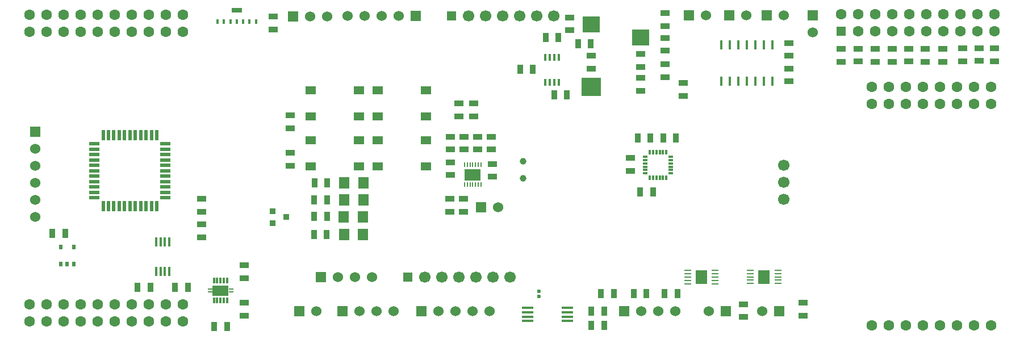
<source format=gts>
G04 (created by PCBNEW (2013-jul-07)-stable) date Tue 03 Mar 2015 12:58:17 PM EST*
%MOIN*%
G04 Gerber Fmt 3.4, Leading zero omitted, Abs format*
%FSLAX34Y34*%
G01*
G70*
G90*
G04 APERTURE LIST*
%ADD10C,0.00590551*%
%ADD11C,0.0629921*%
%ADD12C,0.023622*%
%ADD13R,0.035X0.055*%
%ADD14R,0.055X0.035*%
%ADD15R,0.06X0.06*%
%ADD16C,0.06*%
%ADD17R,0.0314961X0.0137795*%
%ADD18R,0.0137795X0.0314961*%
%ADD19R,0.0177165X0.0570866*%
%ADD20R,0.0629X0.0709*%
%ADD21R,0.0551181X0.0551181*%
%ADD22C,0.0669291*%
%ADD23R,0.0708661X0.0177165*%
%ADD24R,0.036X0.036*%
%ADD25R,0.0442913X0.0106299*%
%ADD26R,0.0681102X0.0787402*%
%ADD27R,0.0629921X0.019685*%
%ADD28R,0.019685X0.0629921*%
%ADD29R,0.011811X0.0334646*%
%ADD30R,0.0944882X0.0649606*%
%ADD31R,0.0275591X0.0110236*%
%ADD32R,0.0145669X0.0314961*%
%ADD33R,0.0602362X0.0275591*%
%ADD34R,0.0610236X0.0511811*%
%ADD35R,0.02X0.03*%
%ADD36R,0.00787402X0.0275591*%
%ADD37R,0.0925197X0.0700787*%
%ADD38R,0.0149606X0.0442913*%
%ADD39R,0.1005X0.094*%
%ADD40R,0.114X0.108*%
%ADD41C,0.0393701*%
G04 APERTURE END LIST*
G54D10*
G54D11*
X51000Y-62000D03*
X52000Y-62000D03*
X53000Y-62000D03*
X54000Y-62000D03*
X55000Y-62000D03*
X56000Y-62000D03*
X57000Y-62000D03*
X58000Y-62000D03*
X59000Y-62000D03*
X60000Y-62000D03*
X60000Y-44000D03*
X59000Y-44000D03*
X58000Y-44000D03*
X57000Y-44000D03*
X56000Y-44000D03*
X55000Y-44000D03*
X54000Y-44000D03*
X53000Y-44000D03*
X52000Y-44000D03*
X51000Y-44000D03*
X51000Y-61000D03*
X52000Y-61000D03*
X53000Y-61000D03*
X54000Y-61000D03*
X55000Y-61000D03*
X56000Y-61000D03*
X57000Y-61000D03*
X58000Y-61000D03*
X59000Y-61000D03*
X60000Y-61000D03*
X60000Y-45000D03*
X59000Y-45000D03*
X58000Y-45000D03*
X57000Y-45000D03*
X56000Y-45000D03*
X55000Y-45000D03*
X54000Y-45000D03*
X53000Y-45000D03*
X52000Y-45000D03*
X51000Y-45000D03*
X100437Y-62236D03*
X101437Y-62236D03*
X102437Y-62236D03*
X103437Y-62236D03*
X104437Y-62236D03*
X105437Y-62236D03*
X106437Y-62236D03*
X107437Y-62236D03*
X107437Y-48236D03*
X106437Y-48236D03*
X105437Y-48236D03*
X104437Y-48236D03*
X103437Y-48236D03*
X102437Y-48236D03*
X101437Y-48236D03*
X100437Y-48236D03*
X100437Y-49236D03*
X101437Y-49236D03*
X102437Y-49236D03*
X103437Y-49236D03*
X104437Y-49236D03*
X105437Y-49236D03*
X106437Y-49236D03*
X107437Y-49236D03*
G54D12*
X80900Y-60262D03*
X80900Y-60537D03*
G54D13*
X67695Y-54899D03*
X68445Y-54899D03*
G54D14*
X95550Y-47175D03*
X95550Y-47925D03*
X95550Y-45675D03*
X95550Y-46425D03*
X106720Y-45979D03*
X106720Y-46729D03*
G54D13*
X67684Y-56903D03*
X68434Y-56903D03*
G54D14*
X66300Y-52125D03*
X66300Y-52875D03*
X66300Y-50675D03*
X66300Y-49925D03*
X76200Y-49975D03*
X76200Y-49225D03*
G54D13*
X84534Y-60381D03*
X85284Y-60381D03*
G54D14*
X92877Y-61002D03*
X92877Y-61752D03*
X96400Y-60925D03*
X96400Y-61675D03*
G54D13*
X87575Y-54400D03*
X86825Y-54400D03*
X87425Y-51250D03*
X86675Y-51250D03*
G54D14*
X86250Y-52425D03*
X86250Y-53175D03*
G54D13*
X88175Y-51250D03*
X88925Y-51250D03*
G54D14*
X61100Y-54825D03*
X61100Y-55575D03*
X61100Y-57075D03*
X61100Y-56325D03*
G54D13*
X84705Y-62244D03*
X83955Y-62244D03*
X84705Y-61417D03*
X83955Y-61417D03*
G54D14*
X107618Y-45987D03*
X107618Y-46737D03*
G54D13*
X86447Y-60397D03*
X87197Y-60397D03*
X67715Y-53891D03*
X68465Y-53891D03*
G54D14*
X103570Y-46022D03*
X103570Y-46772D03*
X105755Y-45999D03*
X105755Y-46749D03*
X102598Y-46002D03*
X102598Y-46752D03*
X101614Y-46022D03*
X101614Y-46772D03*
X100610Y-46022D03*
X100610Y-46772D03*
X99606Y-46002D03*
X99606Y-46752D03*
X98622Y-46022D03*
X98622Y-46772D03*
X77050Y-49975D03*
X77050Y-49225D03*
G54D15*
X73653Y-44094D03*
G54D16*
X72653Y-44094D03*
X71653Y-44094D03*
X70653Y-44094D03*
X69653Y-44094D03*
G54D15*
X69366Y-61417D03*
G54D16*
X70366Y-61417D03*
X71366Y-61417D03*
X72366Y-61417D03*
G54D15*
X85901Y-61417D03*
G54D16*
X86901Y-61417D03*
X87901Y-61417D03*
X88901Y-61417D03*
G54D15*
X66822Y-61417D03*
G54D16*
X67822Y-61417D03*
G54D15*
X91838Y-61417D03*
G54D16*
X90838Y-61417D03*
G54D15*
X92050Y-44050D03*
G54D16*
X93050Y-44050D03*
G54D15*
X94988Y-61417D03*
G54D16*
X93988Y-61417D03*
G54D17*
X88633Y-53326D03*
X88633Y-53129D03*
X88633Y-52933D03*
X88633Y-52736D03*
X88633Y-52539D03*
X88633Y-52342D03*
G54D18*
X88366Y-52076D03*
X88169Y-52076D03*
X87972Y-52076D03*
X87775Y-52076D03*
X87578Y-52076D03*
X87381Y-52076D03*
G54D17*
X87114Y-52342D03*
X87114Y-52539D03*
X87114Y-52736D03*
X87114Y-52933D03*
X87114Y-53129D03*
X87114Y-53326D03*
G54D18*
X87381Y-53592D03*
X87578Y-53592D03*
X87775Y-53592D03*
X87972Y-53592D03*
X88169Y-53592D03*
X88366Y-53592D03*
G54D19*
X91600Y-47912D03*
X92100Y-47912D03*
X92600Y-47912D03*
X93100Y-47912D03*
X93600Y-47912D03*
X94100Y-47912D03*
X94600Y-47912D03*
X94600Y-45787D03*
X94100Y-45787D03*
X93600Y-45787D03*
X93100Y-45787D03*
X92600Y-45787D03*
X92100Y-45787D03*
X91600Y-45787D03*
G54D20*
X69458Y-53888D03*
X70576Y-53888D03*
X69458Y-54888D03*
X70576Y-54888D03*
G54D21*
X98610Y-44968D03*
G54D11*
X99610Y-44968D03*
X100610Y-44968D03*
X101610Y-44968D03*
X102610Y-44968D03*
X103610Y-44968D03*
X104610Y-44968D03*
X105610Y-44968D03*
X106610Y-44968D03*
X107610Y-44968D03*
X107610Y-43968D03*
X106610Y-43968D03*
X105610Y-43968D03*
X104610Y-43968D03*
X103610Y-43968D03*
X102610Y-43968D03*
X101610Y-43968D03*
X100610Y-43968D03*
X99610Y-43968D03*
X98610Y-43968D03*
G54D21*
X75740Y-44094D03*
G54D22*
X76740Y-44094D03*
X77740Y-44094D03*
X78740Y-44094D03*
X79740Y-44094D03*
X80740Y-44094D03*
X81740Y-44094D03*
G54D15*
X73984Y-61417D03*
G54D16*
X74984Y-61417D03*
X75984Y-61417D03*
X76984Y-61417D03*
X77984Y-61417D03*
G54D22*
X95255Y-54834D03*
X95255Y-53850D03*
X95255Y-52865D03*
G54D23*
X82570Y-61998D03*
X82570Y-61742D03*
X82570Y-61486D03*
X82570Y-61230D03*
X80224Y-61230D03*
X80224Y-61486D03*
X80224Y-61742D03*
X80224Y-61998D03*
G54D24*
X65249Y-56237D03*
X65249Y-55537D03*
X66049Y-55887D03*
G54D13*
X88258Y-60389D03*
X89008Y-60389D03*
X67691Y-55844D03*
X68441Y-55844D03*
G54D14*
X65300Y-44125D03*
X65300Y-44875D03*
G54D15*
X68100Y-59400D03*
G54D16*
X69100Y-59400D03*
X70100Y-59400D03*
X71100Y-59400D03*
G54D15*
X66450Y-44100D03*
G54D16*
X67450Y-44100D03*
X68450Y-44100D03*
G54D15*
X96950Y-44050D03*
G54D16*
X96950Y-45050D03*
G54D15*
X94250Y-44050D03*
G54D16*
X95250Y-44050D03*
G54D15*
X51330Y-50889D03*
G54D16*
X51330Y-51889D03*
X51330Y-52889D03*
X51330Y-53889D03*
X51330Y-54889D03*
X51330Y-55889D03*
G54D20*
X69421Y-55867D03*
X70539Y-55867D03*
X69441Y-56900D03*
X70559Y-56900D03*
G54D25*
X91229Y-59803D03*
X91229Y-59606D03*
X91229Y-59409D03*
X91229Y-59212D03*
X91229Y-59015D03*
X89605Y-59015D03*
X89605Y-59212D03*
X89605Y-59409D03*
X89605Y-59606D03*
X89605Y-59803D03*
G54D26*
X90417Y-59409D03*
G54D25*
X94912Y-59793D03*
X94912Y-59596D03*
X94912Y-59400D03*
X94912Y-59203D03*
X94912Y-59006D03*
X93287Y-59006D03*
X93287Y-59203D03*
X93287Y-59400D03*
X93287Y-59596D03*
X93287Y-59793D03*
G54D26*
X94100Y-59400D03*
G54D27*
X54795Y-51598D03*
X54795Y-51913D03*
X54795Y-52228D03*
X54795Y-52543D03*
X54795Y-52858D03*
X54795Y-53173D03*
X54795Y-53488D03*
X54795Y-53803D03*
X54795Y-54118D03*
X54795Y-54433D03*
X54795Y-54748D03*
G54D28*
X55307Y-55259D03*
X55622Y-55259D03*
X55937Y-55259D03*
X56251Y-55259D03*
X56566Y-55259D03*
X56881Y-55259D03*
X57196Y-55259D03*
X57511Y-55259D03*
X57826Y-55259D03*
X58141Y-55259D03*
X58456Y-55259D03*
G54D27*
X58968Y-54748D03*
X58968Y-54433D03*
X58968Y-54118D03*
X58968Y-53803D03*
X58968Y-53488D03*
X58968Y-53173D03*
X58968Y-52858D03*
X58968Y-52543D03*
X58968Y-52228D03*
X58968Y-51913D03*
X58968Y-51598D03*
G54D28*
X58456Y-51086D03*
X58141Y-51086D03*
X57826Y-51086D03*
X57511Y-51086D03*
X57196Y-51086D03*
X56881Y-51086D03*
X56566Y-51086D03*
X56251Y-51086D03*
X55937Y-51086D03*
X55622Y-51086D03*
X55307Y-51086D03*
G54D21*
X73200Y-59400D03*
G54D22*
X74200Y-59400D03*
X75200Y-59400D03*
X76200Y-59400D03*
X77200Y-59400D03*
X78200Y-59400D03*
X79200Y-59400D03*
G54D13*
X62575Y-62300D03*
X61825Y-62300D03*
G54D14*
X63600Y-58725D03*
X63600Y-59475D03*
X63600Y-61675D03*
X63600Y-60925D03*
G54D29*
X61806Y-60780D03*
X62003Y-60780D03*
X62200Y-60780D03*
X62396Y-60780D03*
X62593Y-60780D03*
X62593Y-59619D03*
X62396Y-59619D03*
X62200Y-59619D03*
X62003Y-59619D03*
X61806Y-59619D03*
G54D30*
X62200Y-60200D03*
G54D31*
X62810Y-60298D03*
X62810Y-60101D03*
X61589Y-60101D03*
X61589Y-60298D03*
G54D19*
X58416Y-59066D03*
X58672Y-59066D03*
X58927Y-59066D03*
X59183Y-59066D03*
X59183Y-57333D03*
X58927Y-57333D03*
X58672Y-57333D03*
X58416Y-57333D03*
G54D13*
X57325Y-60000D03*
X58075Y-60000D03*
X60275Y-60000D03*
X59525Y-60000D03*
G54D32*
X64272Y-44416D03*
X63898Y-44416D03*
X63524Y-44416D03*
X63150Y-44416D03*
X62775Y-44416D03*
X62401Y-44416D03*
X62027Y-44416D03*
G54D33*
X63150Y-43758D03*
G54D34*
X71422Y-48454D03*
X74247Y-48454D03*
X74247Y-49970D03*
X71422Y-49970D03*
X71422Y-51391D03*
X74247Y-51391D03*
X74247Y-52907D03*
X71422Y-52907D03*
X67485Y-51391D03*
X70310Y-51391D03*
X70310Y-52907D03*
X67485Y-52907D03*
X67485Y-48454D03*
X70310Y-48454D03*
X70310Y-49970D03*
X67485Y-49970D03*
G54D35*
X52825Y-58650D03*
X53575Y-58650D03*
X52825Y-57650D03*
X53200Y-58650D03*
X53575Y-57650D03*
G54D14*
X88300Y-46125D03*
X88300Y-45375D03*
X78150Y-53525D03*
X78150Y-52775D03*
X77300Y-51175D03*
X77300Y-51925D03*
X76500Y-51175D03*
X76500Y-51925D03*
X75700Y-51925D03*
X75700Y-51175D03*
X75700Y-53425D03*
X75700Y-52675D03*
X75650Y-55575D03*
X75650Y-54825D03*
X76450Y-55575D03*
X76450Y-54825D03*
X78100Y-51175D03*
X78100Y-51925D03*
X82700Y-44175D03*
X82700Y-44925D03*
G54D13*
X81275Y-45350D03*
X82025Y-45350D03*
X81775Y-48700D03*
X82525Y-48700D03*
G54D14*
X83950Y-46425D03*
X83950Y-47175D03*
G54D13*
X80525Y-47200D03*
X79775Y-47200D03*
G54D14*
X88300Y-44675D03*
X88300Y-43925D03*
G54D13*
X83175Y-45700D03*
X83925Y-45700D03*
G54D14*
X86850Y-47075D03*
X86850Y-46325D03*
X86850Y-48475D03*
X86850Y-47725D03*
X89350Y-48025D03*
X89350Y-48775D03*
X88300Y-46925D03*
X88300Y-47675D03*
G54D13*
X53075Y-56850D03*
X52325Y-56850D03*
G54D15*
X77500Y-55300D03*
G54D16*
X78500Y-55300D03*
G54D15*
X89700Y-44050D03*
G54D16*
X90700Y-44050D03*
G54D36*
X76527Y-53980D03*
X76685Y-53980D03*
X76842Y-53980D03*
X77000Y-53980D03*
X77157Y-53980D03*
X77314Y-53980D03*
X77472Y-53980D03*
X77472Y-52819D03*
X77314Y-52819D03*
X77157Y-52819D03*
X77000Y-52819D03*
X76842Y-52819D03*
X76685Y-52819D03*
X76527Y-52819D03*
G54D37*
X77000Y-53400D03*
G54D38*
X81248Y-47970D03*
X81516Y-47970D03*
X81783Y-47970D03*
X82051Y-47970D03*
X82051Y-46529D03*
X81783Y-46529D03*
X81516Y-46529D03*
X81248Y-46529D03*
G54D39*
X86847Y-45335D03*
G54D40*
X83960Y-48255D03*
G54D39*
X83952Y-44585D03*
G54D41*
X79962Y-52600D03*
X79962Y-53600D03*
G54D14*
X104600Y-46025D03*
X104600Y-46775D03*
M02*

</source>
